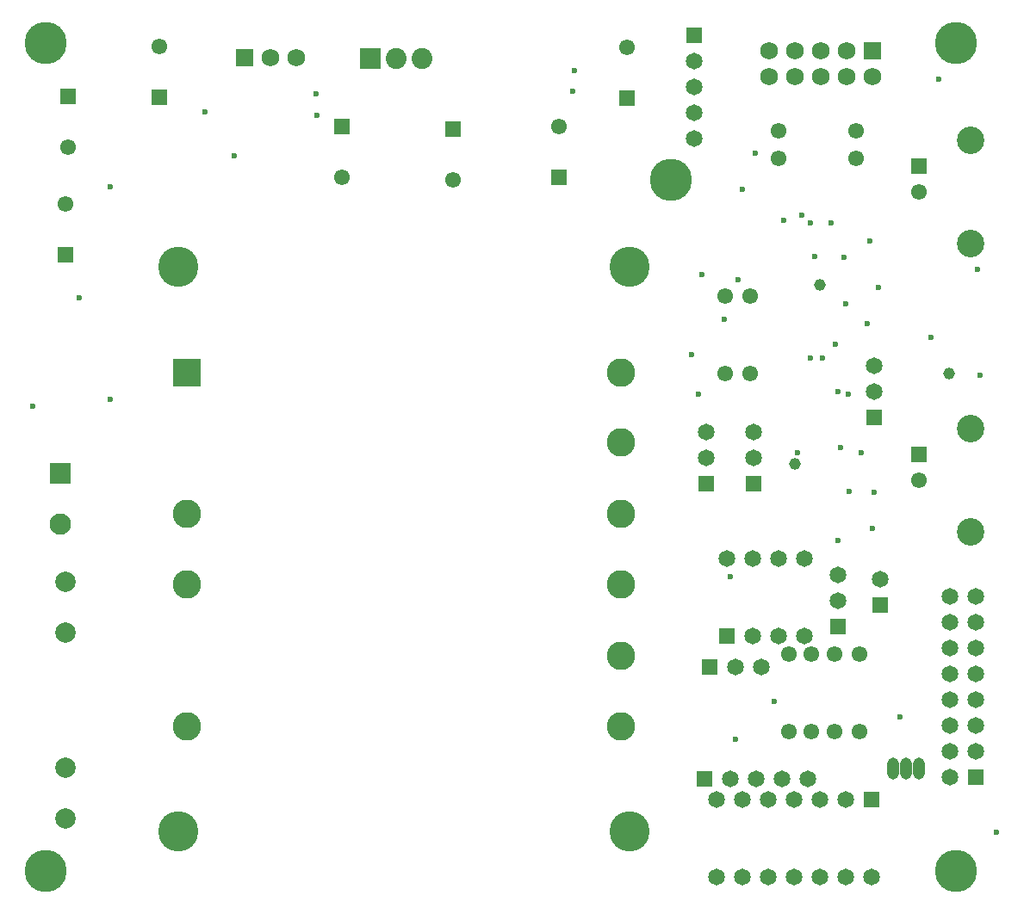
<source format=gbs>
G04*
G04 #@! TF.GenerationSoftware,Altium Limited,Altium Designer,20.1.14 (287)*
G04*
G04 Layer_Color=16711935*
%FSLAX25Y25*%
%MOIN*%
G70*
G04*
G04 #@! TF.SameCoordinates,AD96D815-87A0-4BF7-847C-790837316B47*
G04*
G04*
G04 #@! TF.FilePolarity,Negative*
G04*
G01*
G75*
%ADD48C,0.06496*%
%ADD49R,0.06496X0.06496*%
%ADD50R,0.06496X0.06496*%
%ADD51R,0.10984X0.10984*%
%ADD52C,0.10984*%
%ADD53C,0.15551*%
%ADD54C,0.06102*%
%ADD55R,0.06102X0.06102*%
%ADD56R,0.06890X0.06890*%
%ADD57C,0.06890*%
%ADD58C,0.08071*%
%ADD59R,0.08071X0.08071*%
%ADD60O,0.04528X0.08465*%
%ADD61O,0.04528X0.08465*%
%ADD62C,0.10630*%
%ADD63R,0.06890X0.06890*%
%ADD64C,0.06890*%
%ADD65C,0.08268*%
%ADD66R,0.08268X0.08268*%
%ADD67C,0.07874*%
%ADD68C,0.16339*%
%ADD69C,0.02362*%
%ADD70C,0.04528*%
D48*
X305000Y49500D02*
D03*
X295000D02*
D03*
X285000D02*
D03*
X275000D02*
D03*
X269500Y11500D02*
D03*
X279500D02*
D03*
X289500D02*
D03*
X299500D02*
D03*
X309500D02*
D03*
X319500D02*
D03*
X329500D02*
D03*
X269500Y41500D02*
D03*
X279500D02*
D03*
X289500D02*
D03*
X299500D02*
D03*
X309500D02*
D03*
X319500D02*
D03*
X277000Y93000D02*
D03*
X287000D02*
D03*
X330500Y199500D02*
D03*
Y209500D02*
D03*
X261000Y327500D02*
D03*
Y317500D02*
D03*
Y307500D02*
D03*
Y297500D02*
D03*
X360000Y50322D02*
D03*
X370000Y60322D02*
D03*
X360000D02*
D03*
X370000Y70322D02*
D03*
X360000D02*
D03*
X370000Y80322D02*
D03*
X360000D02*
D03*
X370000Y90322D02*
D03*
X360000D02*
D03*
X370000Y100322D02*
D03*
X360000D02*
D03*
X370000Y110322D02*
D03*
X360000D02*
D03*
X370000Y120322D02*
D03*
X360000D02*
D03*
X333000Y127000D02*
D03*
X284000Y184000D02*
D03*
Y174000D02*
D03*
X265500Y184000D02*
D03*
Y174000D02*
D03*
X303500Y135000D02*
D03*
X316500Y118442D02*
D03*
Y128442D02*
D03*
X293500Y135000D02*
D03*
X283500D02*
D03*
X273500D02*
D03*
X303500Y105000D02*
D03*
X293500D02*
D03*
X283500D02*
D03*
D49*
X265000Y49500D02*
D03*
X267000Y93000D02*
D03*
D50*
X329500Y41500D02*
D03*
X330500Y189500D02*
D03*
X261000Y337500D02*
D03*
X370000Y50322D02*
D03*
X333000Y117000D02*
D03*
X284000Y164000D02*
D03*
X265500D02*
D03*
X273500Y105000D02*
D03*
X316500Y108442D02*
D03*
D51*
X64500Y207000D02*
D03*
D52*
X232610D02*
D03*
X64500Y152276D02*
D03*
Y124717D02*
D03*
X232610Y152276D02*
D03*
Y124717D02*
D03*
Y69992D02*
D03*
X64500D02*
D03*
X232610Y179835D02*
D03*
Y97157D02*
D03*
D53*
X61154Y29244D02*
D03*
X235957D02*
D03*
Y247748D02*
D03*
X61154D02*
D03*
D54*
X124500Y282500D02*
D03*
X167657Y281658D02*
D03*
X235000Y332842D02*
D03*
X208500Y302185D02*
D03*
X17500Y272343D02*
D03*
X18500Y294158D02*
D03*
X54000Y333343D02*
D03*
X325000Y68000D02*
D03*
Y98000D02*
D03*
X348000Y276849D02*
D03*
Y165050D02*
D03*
X323500Y290000D02*
D03*
X293500D02*
D03*
X293500Y300500D02*
D03*
X323500D02*
D03*
X282500Y206500D02*
D03*
X315167Y98000D02*
D03*
Y68000D02*
D03*
X306333D02*
D03*
Y98000D02*
D03*
X273000Y206500D02*
D03*
Y236500D02*
D03*
X282500D02*
D03*
X297500Y98000D02*
D03*
Y68000D02*
D03*
D55*
X124500Y302185D02*
D03*
X167657Y301343D02*
D03*
X235000Y313158D02*
D03*
X208500Y282500D02*
D03*
X17500Y252657D02*
D03*
X18500Y313843D02*
D03*
X54000Y313657D02*
D03*
X348000Y286848D02*
D03*
Y175050D02*
D03*
D56*
X87000Y329000D02*
D03*
D57*
X97000D02*
D03*
X107000D02*
D03*
D58*
X155480Y328374D02*
D03*
X145500D02*
D03*
D59*
X135520D02*
D03*
D60*
X348000Y53500D02*
D03*
X338000D02*
D03*
D61*
X343000D02*
D03*
D62*
X368000Y296849D02*
D03*
Y256849D02*
D03*
Y185050D02*
D03*
Y145050D02*
D03*
D63*
X330000Y331471D02*
D03*
D64*
Y321472D02*
D03*
X320000Y331471D02*
D03*
Y321472D02*
D03*
X310000Y331471D02*
D03*
Y321472D02*
D03*
X300000Y331471D02*
D03*
X290000D02*
D03*
X300000Y321472D02*
D03*
X290000D02*
D03*
D65*
X15728Y148157D02*
D03*
D66*
Y167842D02*
D03*
D67*
X17500Y125843D02*
D03*
Y106157D02*
D03*
Y54000D02*
D03*
Y34315D02*
D03*
D68*
X9843Y334646D02*
D03*
X251969Y281496D02*
D03*
X362205Y13780D02*
D03*
Y334646D02*
D03*
X9843Y13780D02*
D03*
D69*
X340500Y73500D02*
D03*
X315500Y218000D02*
D03*
X330500Y160500D02*
D03*
X292000Y79500D02*
D03*
X310500Y212500D02*
D03*
X320500Y198500D02*
D03*
X306000Y212564D02*
D03*
X316500Y199500D02*
D03*
X325500Y176000D02*
D03*
X328000Y226000D02*
D03*
X352500Y220500D02*
D03*
X301000Y176000D02*
D03*
X321000Y161000D02*
D03*
X316500Y142000D02*
D03*
X330000Y146500D02*
D03*
X284500Y292000D02*
D03*
X214000Y316000D02*
D03*
X262500Y198500D02*
D03*
X272500Y227500D02*
D03*
X260000Y214000D02*
D03*
X279500Y278000D02*
D03*
X319500Y233500D02*
D03*
X378000Y29000D02*
D03*
X275000Y127731D02*
D03*
X295500Y266000D02*
D03*
X307500Y252000D02*
D03*
X319000Y251500D02*
D03*
X329000Y258000D02*
D03*
X35000Y196500D02*
D03*
X23000Y236000D02*
D03*
X71500Y308000D02*
D03*
X83000Y291000D02*
D03*
X114500Y315000D02*
D03*
X115000Y306500D02*
D03*
X35000Y279000D02*
D03*
X5000Y194000D02*
D03*
X214580Y323920D02*
D03*
X277000Y65000D02*
D03*
X278000Y243000D02*
D03*
X355500Y320500D02*
D03*
X371500Y206000D02*
D03*
X370500Y247000D02*
D03*
X264000Y245000D02*
D03*
X317500Y178000D02*
D03*
X332370Y240000D02*
D03*
X302500Y268000D02*
D03*
X306000Y265000D02*
D03*
X314000D02*
D03*
D70*
X300000Y171397D02*
D03*
X359500Y206500D02*
D03*
X309500Y241000D02*
D03*
M02*

</source>
